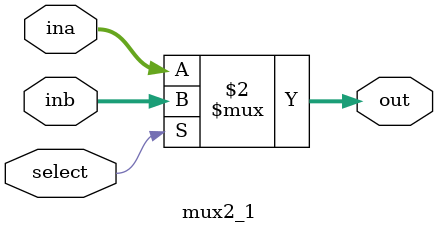
<source format=v>
`timescale 1ns / 1ps


module mux2_1(
    input [31:0] ina, inb,
    input select,
    output [31:0] out
    );
    
    assign out = (select == 0) ? ina : inb;
endmodule

</source>
